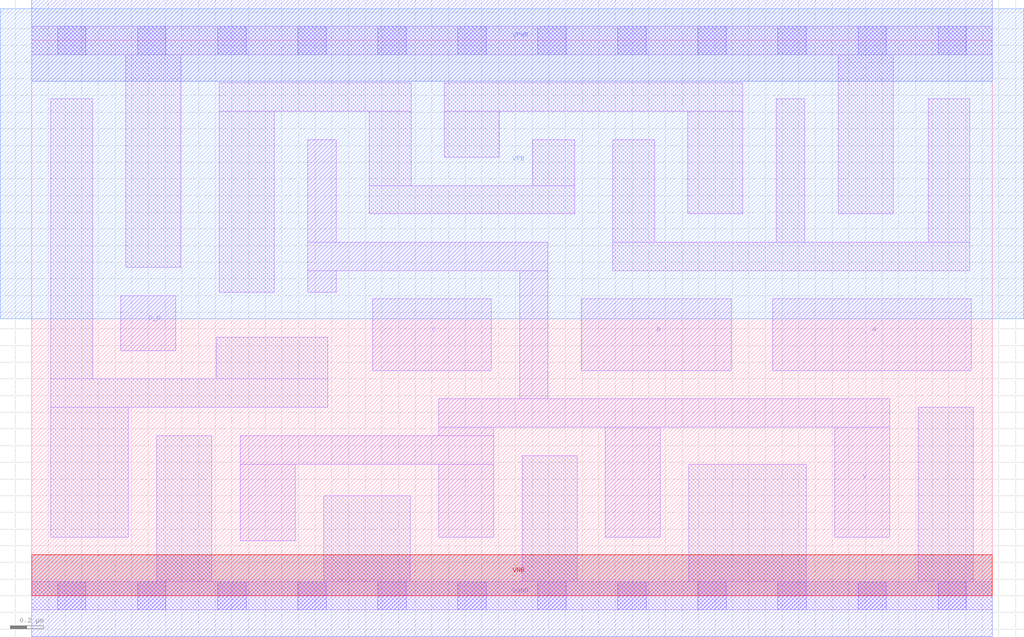
<source format=lef>
# Copyright 2020 The SkyWater PDK Authors
#
# Licensed under the Apache License, Version 2.0 (the "License");
# you may not use this file except in compliance with the License.
# You may obtain a copy of the License at
#
#     https://www.apache.org/licenses/LICENSE-2.0
#
# Unless required by applicable law or agreed to in writing, software
# distributed under the License is distributed on an "AS IS" BASIS,
# WITHOUT WARRANTIES OR CONDITIONS OF ANY KIND, either express or implied.
# See the License for the specific language governing permissions and
# limitations under the License.
#
# SPDX-License-Identifier: Apache-2.0

VERSION 5.7 ;
  NOWIREEXTENSIONATPIN ON ;
  DIVIDERCHAR "/" ;
  BUSBITCHARS "[]" ;
MACRO sky130_fd_sc_hs__nor4b_2
  CLASS CORE ;
  FOREIGN sky130_fd_sc_hs__nor4b_2 ;
  ORIGIN  0.000000  0.000000 ;
  SIZE  5.760000 BY  3.330000 ;
  SYMMETRY X Y ;
  SITE unit ;
  PIN A
    ANTENNAGATEAREA  0.558000 ;
    DIRECTION INPUT ;
    USE SIGNAL ;
    PORT
      LAYER li1 ;
        RECT 4.445000 1.350000 5.635000 1.780000 ;
    END
  END A
  PIN B
    ANTENNAGATEAREA  0.558000 ;
    DIRECTION INPUT ;
    USE SIGNAL ;
    PORT
      LAYER li1 ;
        RECT 3.295000 1.350000 4.195000 1.780000 ;
    END
  END B
  PIN C
    ANTENNAGATEAREA  0.558000 ;
    DIRECTION INPUT ;
    USE SIGNAL ;
    PORT
      LAYER li1 ;
        RECT 2.045000 1.350000 2.755000 1.780000 ;
    END
  END C
  PIN D_N
    ANTENNAGATEAREA  0.246000 ;
    DIRECTION INPUT ;
    USE SIGNAL ;
    PORT
      LAYER li1 ;
        RECT 0.535000 1.470000 0.865000 1.800000 ;
    END
  END D_N
  PIN Y
    ANTENNADIFFAREA  1.323900 ;
    DIRECTION OUTPUT ;
    USE SIGNAL ;
    PORT
      LAYER li1 ;
        RECT 1.250000 0.330000 1.580000 0.790000 ;
        RECT 1.250000 0.790000 2.770000 0.960000 ;
        RECT 1.655000 1.820000 1.825000 1.950000 ;
        RECT 1.655000 1.950000 3.095000 2.120000 ;
        RECT 1.655000 2.120000 1.825000 2.735000 ;
        RECT 2.440000 0.350000 2.770000 0.790000 ;
        RECT 2.440000 0.960000 2.770000 1.010000 ;
        RECT 2.440000 1.010000 5.145000 1.180000 ;
        RECT 2.925000 1.180000 3.095000 1.950000 ;
        RECT 3.440000 0.350000 3.770000 1.010000 ;
        RECT 4.815000 0.350000 5.145000 1.010000 ;
    END
  END Y
  PIN VGND
    DIRECTION INOUT ;
    USE GROUND ;
    PORT
      LAYER met1 ;
        RECT 0.000000 -0.245000 5.760000 0.245000 ;
    END
  END VGND
  PIN VNB
    DIRECTION INOUT ;
    USE GROUND ;
    PORT
      LAYER pwell ;
        RECT 0.000000 0.000000 5.760000 0.245000 ;
    END
  END VNB
  PIN VPB
    DIRECTION INOUT ;
    USE POWER ;
    PORT
      LAYER nwell ;
        RECT -0.190000 1.660000 5.950000 3.520000 ;
    END
  END VPB
  PIN VPWR
    DIRECTION INOUT ;
    USE POWER ;
    PORT
      LAYER met1 ;
        RECT 0.000000 3.085000 5.760000 3.575000 ;
    END
  END VPWR
  OBS
    LAYER li1 ;
      RECT 0.000000 -0.085000 5.760000 0.085000 ;
      RECT 0.000000  3.245000 5.760000 3.415000 ;
      RECT 0.115000  0.350000 0.580000 1.130000 ;
      RECT 0.115000  1.130000 1.775000 1.300000 ;
      RECT 0.115000  1.300000 0.365000 2.980000 ;
      RECT 0.565000  1.970000 0.895000 3.245000 ;
      RECT 0.750000  0.085000 1.080000 0.960000 ;
      RECT 1.105000  1.300000 1.775000 1.550000 ;
      RECT 1.125000  1.820000 1.455000 2.905000 ;
      RECT 1.125000  2.905000 2.275000 3.075000 ;
      RECT 1.750000  0.085000 2.270000 0.600000 ;
      RECT 2.025000  2.290000 3.255000 2.460000 ;
      RECT 2.025000  2.460000 2.275000 2.905000 ;
      RECT 2.475000  2.630000 2.805000 2.905000 ;
      RECT 2.475000  2.905000 4.265000 3.075000 ;
      RECT 2.940000  0.085000 3.270000 0.840000 ;
      RECT 3.005000  2.460000 3.255000 2.735000 ;
      RECT 3.485000  1.950000 5.625000 2.120000 ;
      RECT 3.485000  2.120000 3.735000 2.735000 ;
      RECT 3.935000  2.290000 4.265000 2.905000 ;
      RECT 3.940000  0.085000 4.645000 0.790000 ;
      RECT 4.465000  2.120000 4.635000 2.980000 ;
      RECT 4.835000  2.290000 5.165000 3.245000 ;
      RECT 5.315000  0.085000 5.645000 1.130000 ;
      RECT 5.375000  2.120000 5.625000 2.980000 ;
    LAYER mcon ;
      RECT 0.155000 -0.085000 0.325000 0.085000 ;
      RECT 0.155000  3.245000 0.325000 3.415000 ;
      RECT 0.635000 -0.085000 0.805000 0.085000 ;
      RECT 0.635000  3.245000 0.805000 3.415000 ;
      RECT 1.115000 -0.085000 1.285000 0.085000 ;
      RECT 1.115000  3.245000 1.285000 3.415000 ;
      RECT 1.595000 -0.085000 1.765000 0.085000 ;
      RECT 1.595000  3.245000 1.765000 3.415000 ;
      RECT 2.075000 -0.085000 2.245000 0.085000 ;
      RECT 2.075000  3.245000 2.245000 3.415000 ;
      RECT 2.555000 -0.085000 2.725000 0.085000 ;
      RECT 2.555000  3.245000 2.725000 3.415000 ;
      RECT 3.035000 -0.085000 3.205000 0.085000 ;
      RECT 3.035000  3.245000 3.205000 3.415000 ;
      RECT 3.515000 -0.085000 3.685000 0.085000 ;
      RECT 3.515000  3.245000 3.685000 3.415000 ;
      RECT 3.995000 -0.085000 4.165000 0.085000 ;
      RECT 3.995000  3.245000 4.165000 3.415000 ;
      RECT 4.475000 -0.085000 4.645000 0.085000 ;
      RECT 4.475000  3.245000 4.645000 3.415000 ;
      RECT 4.955000 -0.085000 5.125000 0.085000 ;
      RECT 4.955000  3.245000 5.125000 3.415000 ;
      RECT 5.435000 -0.085000 5.605000 0.085000 ;
      RECT 5.435000  3.245000 5.605000 3.415000 ;
  END
END sky130_fd_sc_hs__nor4b_2
END LIBRARY

</source>
